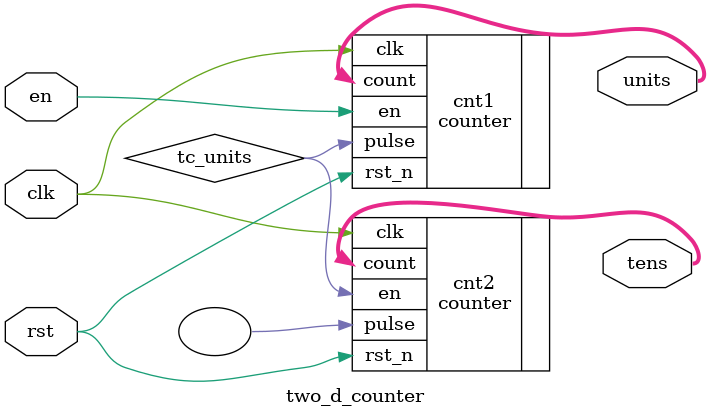
<source format=sv>
`timescale 1ns/1ps

module two_d_counter (
    input  logic clk,
    input  logic rst,
    input  logic en, 
    output logic [3:0] units,
    output logic [3:0] tens
);

    logic tc_units;

    // Units counter (0–9)
    counter #(.N(4),.MAX(9)) cnt1  (
        .clk(clk),
        .rst_n(rst),
        .en(en),         // Always enabled
        .count(units),
        .pulse(tc_units)
    );

    // Tens counter (0–9), enabled by units terminal count
    counter  #(.N(4),.MAX(9)) cnt2 (
        .clk(clk),
        .rst_n(rst),
        .en(tc_units),     // Enabled when units counter overflows
        .count(tens),
        .pulse()                  // Not used here
    );

endmodule



</source>
